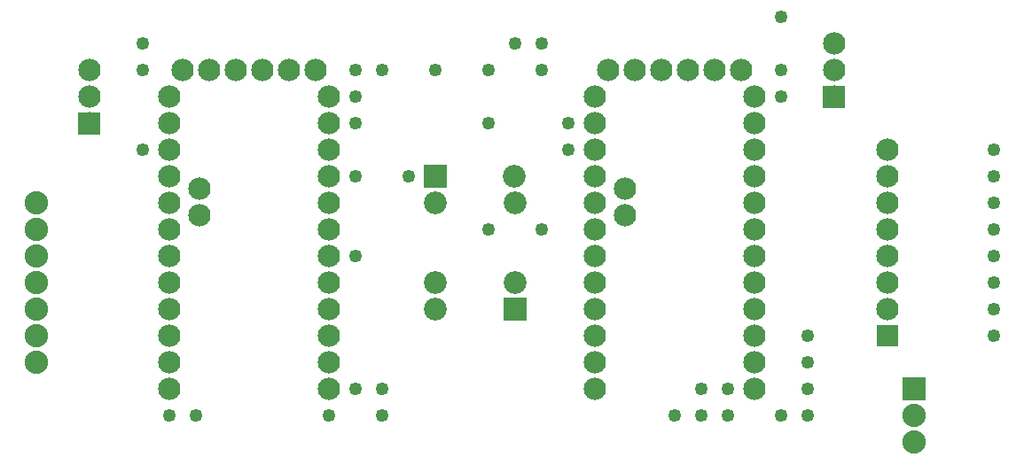
<source format=gbs>
G04 MADE WITH FRITZING*
G04 WWW.FRITZING.ORG*
G04 DOUBLE SIDED*
G04 HOLES PLATED*
G04 CONTOUR ON CENTER OF CONTOUR VECTOR*
%ASAXBY*%
%FSLAX23Y23*%
%MOIN*%
%OFA0B0*%
%SFA1.0B1.0*%
%ADD10C,0.084000*%
%ADD11C,0.088000*%
%ADD12C,0.085667*%
%ADD13C,0.085695*%
%ADD14C,0.049370*%
%ADD15R,0.088000X0.088000*%
%ADD16R,0.085667X0.085667*%
%ADD17R,0.084000X0.084000*%
%ADD18R,0.001000X0.001000*%
%LNMASK0*%
G90*
G70*
G54D10*
X2311Y1621D03*
X2411Y1621D03*
X2511Y1621D03*
X2611Y1621D03*
X2711Y1621D03*
X2811Y1621D03*
X2261Y1521D03*
X2261Y1421D03*
X2261Y1321D03*
X2261Y1221D03*
X2261Y1121D03*
X2376Y1176D03*
X2376Y1076D03*
X2261Y1021D03*
X2261Y921D03*
X2261Y821D03*
X2261Y721D03*
X2261Y621D03*
X2261Y521D03*
X2261Y421D03*
X2861Y421D03*
X2861Y521D03*
X2861Y621D03*
X2861Y721D03*
X2861Y821D03*
X2861Y921D03*
X2861Y1021D03*
X2861Y1121D03*
X2861Y1221D03*
X2861Y1321D03*
X2861Y1421D03*
X2861Y1521D03*
X2311Y1621D03*
X2411Y1621D03*
X2511Y1621D03*
X2611Y1621D03*
X2711Y1621D03*
X2811Y1621D03*
X2261Y1521D03*
X2261Y1421D03*
X2261Y1321D03*
X2261Y1221D03*
X2261Y1121D03*
X2376Y1176D03*
X2376Y1076D03*
X2261Y1021D03*
X2261Y921D03*
X2261Y821D03*
X2261Y721D03*
X2261Y621D03*
X2261Y521D03*
X2261Y421D03*
X2861Y421D03*
X2861Y521D03*
X2861Y621D03*
X2861Y721D03*
X2861Y821D03*
X2861Y921D03*
X2861Y1021D03*
X2861Y1121D03*
X2861Y1221D03*
X2861Y1321D03*
X2861Y1421D03*
X2861Y1521D03*
G54D11*
X161Y521D03*
X161Y621D03*
X161Y721D03*
X161Y821D03*
X161Y921D03*
X161Y1021D03*
X161Y1121D03*
G54D10*
X361Y1421D03*
X361Y1521D03*
X361Y1621D03*
X3161Y1521D03*
X3161Y1621D03*
X3161Y1721D03*
G54D11*
X3461Y421D03*
X3461Y321D03*
X3461Y221D03*
G54D12*
X1961Y721D03*
X1662Y721D03*
G54D13*
X1961Y821D03*
X1661Y821D03*
G54D12*
X1661Y1221D03*
X1960Y1221D03*
G54D13*
X1661Y1121D03*
X1961Y1121D03*
G54D14*
X1561Y1221D03*
X1361Y1521D03*
X561Y1321D03*
X1861Y1422D03*
X1361Y1421D03*
X1361Y1221D03*
X761Y321D03*
X1261Y321D03*
X661Y321D03*
X561Y1721D03*
X1361Y421D03*
X561Y1621D03*
G54D10*
X711Y1621D03*
X811Y1621D03*
X911Y1621D03*
X1011Y1621D03*
X1111Y1621D03*
X1211Y1621D03*
X661Y1521D03*
X661Y1421D03*
X661Y1321D03*
X661Y1221D03*
X661Y1121D03*
X776Y1176D03*
X776Y1076D03*
X661Y1021D03*
X661Y921D03*
X661Y821D03*
X661Y721D03*
X661Y621D03*
X661Y521D03*
X661Y421D03*
X1261Y421D03*
X1261Y521D03*
X1261Y621D03*
X1261Y721D03*
X1261Y821D03*
X1261Y921D03*
X1261Y1021D03*
X1261Y1121D03*
X1261Y1221D03*
X1261Y1321D03*
X1261Y1421D03*
X1261Y1521D03*
X711Y1621D03*
X811Y1621D03*
X911Y1621D03*
X1011Y1621D03*
X1111Y1621D03*
X1211Y1621D03*
X661Y1521D03*
X661Y1421D03*
X661Y1321D03*
X661Y1221D03*
X661Y1121D03*
X776Y1176D03*
X776Y1076D03*
X661Y1021D03*
X661Y921D03*
X661Y821D03*
X661Y721D03*
X661Y621D03*
X661Y521D03*
X661Y421D03*
X1261Y421D03*
X1261Y521D03*
X1261Y621D03*
X1261Y721D03*
X1261Y821D03*
X1261Y921D03*
X1261Y1021D03*
X1261Y1121D03*
X1261Y1221D03*
X1261Y1321D03*
X1261Y1421D03*
X1261Y1521D03*
G54D14*
X2161Y1321D03*
X3061Y321D03*
X2961Y321D03*
X2761Y321D03*
X3061Y621D03*
X2661Y321D03*
X2561Y321D03*
X3061Y521D03*
X3061Y421D03*
X2661Y421D03*
X2761Y421D03*
X3761Y1321D03*
X3761Y721D03*
X3761Y1121D03*
X3761Y1021D03*
X3761Y921D03*
X3761Y621D03*
X3761Y1221D03*
X3761Y821D03*
X2161Y1421D03*
X2061Y1021D03*
X1861Y1021D03*
X1361Y921D03*
G54D10*
X3361Y721D03*
X3361Y821D03*
X3361Y921D03*
X3361Y1021D03*
X3361Y1121D03*
X3361Y1221D03*
X3361Y1321D03*
X3361Y721D03*
X3361Y821D03*
X3361Y921D03*
X3361Y1021D03*
X3361Y1121D03*
X3361Y1221D03*
X3361Y1321D03*
G54D14*
X1461Y321D03*
X1461Y421D03*
X2061Y1621D03*
X1461Y1621D03*
X1361Y1621D03*
X1961Y1721D03*
X2061Y1721D03*
X1661Y1621D03*
X1861Y1621D03*
X2961Y1621D03*
X2961Y1521D03*
X2961Y1821D03*
G54D15*
X3461Y421D03*
G54D16*
X1961Y721D03*
X1661Y1221D03*
G54D17*
X3361Y621D03*
X3361Y621D03*
G54D18*
X3119Y1563D02*
X3202Y1563D01*
X3119Y1562D02*
X3202Y1562D01*
X3119Y1561D02*
X3202Y1561D01*
X3119Y1560D02*
X3202Y1560D01*
X3119Y1559D02*
X3202Y1559D01*
X3119Y1558D02*
X3202Y1558D01*
X3119Y1557D02*
X3202Y1557D01*
X3119Y1556D02*
X3202Y1556D01*
X3119Y1555D02*
X3202Y1555D01*
X3119Y1554D02*
X3202Y1554D01*
X3119Y1553D02*
X3202Y1553D01*
X3119Y1552D02*
X3202Y1552D01*
X3119Y1551D02*
X3202Y1551D01*
X3119Y1550D02*
X3202Y1550D01*
X3119Y1549D02*
X3202Y1549D01*
X3119Y1548D02*
X3202Y1548D01*
X3119Y1547D02*
X3202Y1547D01*
X3119Y1546D02*
X3202Y1546D01*
X3119Y1545D02*
X3202Y1545D01*
X3119Y1544D02*
X3202Y1544D01*
X3119Y1543D02*
X3202Y1543D01*
X3119Y1542D02*
X3202Y1542D01*
X3119Y1541D02*
X3202Y1541D01*
X3119Y1540D02*
X3202Y1540D01*
X3119Y1539D02*
X3202Y1539D01*
X3119Y1538D02*
X3202Y1538D01*
X3119Y1537D02*
X3202Y1537D01*
X3119Y1536D02*
X3157Y1536D01*
X3165Y1536D02*
X3202Y1536D01*
X3119Y1535D02*
X3154Y1535D01*
X3168Y1535D02*
X3202Y1535D01*
X3119Y1534D02*
X3152Y1534D01*
X3169Y1534D02*
X3202Y1534D01*
X3119Y1533D02*
X3151Y1533D01*
X3171Y1533D02*
X3202Y1533D01*
X3119Y1532D02*
X3150Y1532D01*
X3172Y1532D02*
X3202Y1532D01*
X3119Y1531D02*
X3149Y1531D01*
X3173Y1531D02*
X3202Y1531D01*
X3119Y1530D02*
X3148Y1530D01*
X3173Y1530D02*
X3202Y1530D01*
X3119Y1529D02*
X3148Y1529D01*
X3174Y1529D02*
X3202Y1529D01*
X3119Y1528D02*
X3147Y1528D01*
X3175Y1528D02*
X3202Y1528D01*
X3119Y1527D02*
X3147Y1527D01*
X3175Y1527D02*
X3202Y1527D01*
X3119Y1526D02*
X3146Y1526D01*
X3175Y1526D02*
X3202Y1526D01*
X3119Y1525D02*
X3146Y1525D01*
X3176Y1525D02*
X3202Y1525D01*
X3119Y1524D02*
X3146Y1524D01*
X3176Y1524D02*
X3202Y1524D01*
X3119Y1523D02*
X3146Y1523D01*
X3176Y1523D02*
X3202Y1523D01*
X3119Y1522D02*
X3146Y1522D01*
X3176Y1522D02*
X3202Y1522D01*
X3119Y1521D02*
X3146Y1521D01*
X3176Y1521D02*
X3202Y1521D01*
X3119Y1520D02*
X3146Y1520D01*
X3176Y1520D02*
X3202Y1520D01*
X3119Y1519D02*
X3146Y1519D01*
X3176Y1519D02*
X3202Y1519D01*
X3119Y1518D02*
X3146Y1518D01*
X3176Y1518D02*
X3202Y1518D01*
X3119Y1517D02*
X3146Y1517D01*
X3175Y1517D02*
X3202Y1517D01*
X3119Y1516D02*
X3147Y1516D01*
X3175Y1516D02*
X3202Y1516D01*
X3119Y1515D02*
X3147Y1515D01*
X3174Y1515D02*
X3202Y1515D01*
X3119Y1514D02*
X3148Y1514D01*
X3174Y1514D02*
X3202Y1514D01*
X3119Y1513D02*
X3149Y1513D01*
X3173Y1513D02*
X3202Y1513D01*
X3119Y1512D02*
X3149Y1512D01*
X3172Y1512D02*
X3202Y1512D01*
X3119Y1511D02*
X3150Y1511D01*
X3171Y1511D02*
X3202Y1511D01*
X3119Y1510D02*
X3152Y1510D01*
X3170Y1510D02*
X3202Y1510D01*
X3119Y1509D02*
X3153Y1509D01*
X3169Y1509D02*
X3202Y1509D01*
X3119Y1508D02*
X3155Y1508D01*
X3167Y1508D02*
X3202Y1508D01*
X3119Y1507D02*
X3202Y1507D01*
X3119Y1506D02*
X3202Y1506D01*
X3119Y1505D02*
X3202Y1505D01*
X3119Y1504D02*
X3202Y1504D01*
X3119Y1503D02*
X3202Y1503D01*
X3119Y1502D02*
X3202Y1502D01*
X3119Y1501D02*
X3202Y1501D01*
X3119Y1500D02*
X3202Y1500D01*
X3119Y1499D02*
X3202Y1499D01*
X3119Y1498D02*
X3202Y1498D01*
X3119Y1497D02*
X3202Y1497D01*
X3119Y1496D02*
X3202Y1496D01*
X3119Y1495D02*
X3202Y1495D01*
X3119Y1494D02*
X3202Y1494D01*
X3119Y1493D02*
X3202Y1493D01*
X3119Y1492D02*
X3202Y1492D01*
X3119Y1491D02*
X3202Y1491D01*
X3119Y1490D02*
X3202Y1490D01*
X3119Y1489D02*
X3202Y1489D01*
X3119Y1488D02*
X3202Y1488D01*
X3119Y1487D02*
X3202Y1487D01*
X3119Y1486D02*
X3202Y1486D01*
X3119Y1485D02*
X3202Y1485D01*
X3119Y1484D02*
X3202Y1484D01*
X3119Y1483D02*
X3202Y1483D01*
X3119Y1482D02*
X3202Y1482D01*
X3119Y1481D02*
X3202Y1481D01*
X3120Y1480D02*
X3202Y1480D01*
X319Y1463D02*
X402Y1463D01*
X319Y1462D02*
X402Y1462D01*
X319Y1461D02*
X402Y1461D01*
X319Y1460D02*
X402Y1460D01*
X319Y1459D02*
X402Y1459D01*
X319Y1458D02*
X402Y1458D01*
X319Y1457D02*
X402Y1457D01*
X319Y1456D02*
X402Y1456D01*
X319Y1455D02*
X402Y1455D01*
X319Y1454D02*
X402Y1454D01*
X319Y1453D02*
X402Y1453D01*
X319Y1452D02*
X402Y1452D01*
X319Y1451D02*
X402Y1451D01*
X319Y1450D02*
X402Y1450D01*
X319Y1449D02*
X402Y1449D01*
X319Y1448D02*
X402Y1448D01*
X319Y1447D02*
X402Y1447D01*
X319Y1446D02*
X402Y1446D01*
X319Y1445D02*
X402Y1445D01*
X319Y1444D02*
X402Y1444D01*
X319Y1443D02*
X402Y1443D01*
X319Y1442D02*
X402Y1442D01*
X319Y1441D02*
X402Y1441D01*
X319Y1440D02*
X402Y1440D01*
X319Y1439D02*
X402Y1439D01*
X319Y1438D02*
X402Y1438D01*
X319Y1437D02*
X402Y1437D01*
X319Y1436D02*
X357Y1436D01*
X365Y1436D02*
X402Y1436D01*
X319Y1435D02*
X354Y1435D01*
X368Y1435D02*
X402Y1435D01*
X319Y1434D02*
X352Y1434D01*
X370Y1434D02*
X402Y1434D01*
X319Y1433D02*
X351Y1433D01*
X371Y1433D02*
X402Y1433D01*
X319Y1432D02*
X350Y1432D01*
X372Y1432D02*
X402Y1432D01*
X319Y1431D02*
X349Y1431D01*
X373Y1431D02*
X402Y1431D01*
X319Y1430D02*
X348Y1430D01*
X374Y1430D02*
X402Y1430D01*
X319Y1429D02*
X348Y1429D01*
X374Y1429D02*
X402Y1429D01*
X319Y1428D02*
X347Y1428D01*
X375Y1428D02*
X402Y1428D01*
X319Y1427D02*
X347Y1427D01*
X375Y1427D02*
X402Y1427D01*
X319Y1426D02*
X346Y1426D01*
X375Y1426D02*
X402Y1426D01*
X319Y1425D02*
X346Y1425D01*
X376Y1425D02*
X402Y1425D01*
X319Y1424D02*
X346Y1424D01*
X376Y1424D02*
X402Y1424D01*
X319Y1423D02*
X346Y1423D01*
X376Y1423D02*
X402Y1423D01*
X319Y1422D02*
X346Y1422D01*
X376Y1422D02*
X402Y1422D01*
X319Y1421D02*
X346Y1421D01*
X376Y1421D02*
X402Y1421D01*
X319Y1420D02*
X346Y1420D01*
X376Y1420D02*
X402Y1420D01*
X319Y1419D02*
X346Y1419D01*
X376Y1419D02*
X402Y1419D01*
X319Y1418D02*
X346Y1418D01*
X376Y1418D02*
X402Y1418D01*
X319Y1417D02*
X346Y1417D01*
X375Y1417D02*
X402Y1417D01*
X319Y1416D02*
X347Y1416D01*
X375Y1416D02*
X402Y1416D01*
X319Y1415D02*
X347Y1415D01*
X374Y1415D02*
X402Y1415D01*
X319Y1414D02*
X348Y1414D01*
X374Y1414D02*
X402Y1414D01*
X319Y1413D02*
X349Y1413D01*
X373Y1413D02*
X402Y1413D01*
X319Y1412D02*
X349Y1412D01*
X372Y1412D02*
X402Y1412D01*
X319Y1411D02*
X350Y1411D01*
X371Y1411D02*
X402Y1411D01*
X319Y1410D02*
X352Y1410D01*
X370Y1410D02*
X402Y1410D01*
X319Y1409D02*
X353Y1409D01*
X369Y1409D02*
X402Y1409D01*
X319Y1408D02*
X355Y1408D01*
X366Y1408D02*
X402Y1408D01*
X319Y1407D02*
X402Y1407D01*
X319Y1406D02*
X402Y1406D01*
X319Y1405D02*
X402Y1405D01*
X319Y1404D02*
X402Y1404D01*
X319Y1403D02*
X402Y1403D01*
X319Y1402D02*
X402Y1402D01*
X319Y1401D02*
X402Y1401D01*
X319Y1400D02*
X402Y1400D01*
X319Y1399D02*
X402Y1399D01*
X319Y1398D02*
X402Y1398D01*
X319Y1397D02*
X402Y1397D01*
X319Y1396D02*
X402Y1396D01*
X319Y1395D02*
X402Y1395D01*
X319Y1394D02*
X402Y1394D01*
X319Y1393D02*
X402Y1393D01*
X319Y1392D02*
X402Y1392D01*
X319Y1391D02*
X402Y1391D01*
X319Y1390D02*
X402Y1390D01*
X319Y1389D02*
X402Y1389D01*
X319Y1388D02*
X402Y1388D01*
X319Y1387D02*
X402Y1387D01*
X319Y1386D02*
X402Y1386D01*
X319Y1385D02*
X402Y1385D01*
X319Y1384D02*
X402Y1384D01*
X319Y1383D02*
X402Y1383D01*
X319Y1382D02*
X402Y1382D01*
X319Y1381D02*
X402Y1381D01*
X320Y1380D02*
X402Y1380D01*
D02*
G04 End of Mask0*
M02*
</source>
